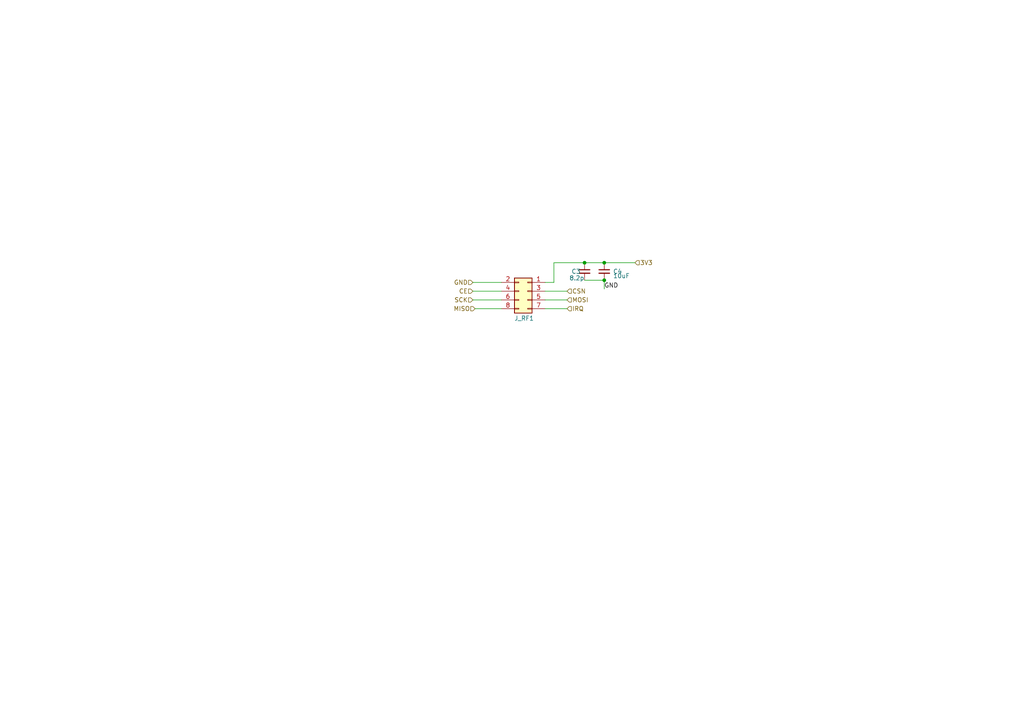
<source format=kicad_sch>
(kicad_sch
	(version 20231120)
	(generator "eeschema")
	(generator_version "8.0")
	(uuid "780df55d-6f32-40b3-8748-297a7fa29327")
	(paper "A4")
	(lib_symbols
		(symbol "Connector_Generic:Conn_02x04_Odd_Even"
			(pin_names
				(offset 1.016) hide)
			(exclude_from_sim no)
			(in_bom yes)
			(on_board yes)
			(property "Reference" "J"
				(at 1.27 5.08 0)
				(effects
					(font
						(size 1.27 1.27)
					)
				)
			)
			(property "Value" "Conn_02x04_Odd_Even"
				(at 1.27 -7.62 0)
				(effects
					(font
						(size 1.27 1.27)
					)
				)
			)
			(property "Footprint" ""
				(at 0 0 0)
				(effects
					(font
						(size 1.27 1.27)
					)
					(hide yes)
				)
			)
			(property "Datasheet" "~"
				(at 0 0 0)
				(effects
					(font
						(size 1.27 1.27)
					)
					(hide yes)
				)
			)
			(property "Description" "Generic connector, double row, 02x04, odd/even pin numbering scheme (row 1 odd numbers, row 2 even numbers), script generated (kicad-library-utils/schlib/autogen/connector/)"
				(at 0 0 0)
				(effects
					(font
						(size 1.27 1.27)
					)
					(hide yes)
				)
			)
			(property "ki_keywords" "connector"
				(at 0 0 0)
				(effects
					(font
						(size 1.27 1.27)
					)
					(hide yes)
				)
			)
			(property "ki_fp_filters" "Connector*:*_2x??_*"
				(at 0 0 0)
				(effects
					(font
						(size 1.27 1.27)
					)
					(hide yes)
				)
			)
			(symbol "Conn_02x04_Odd_Even_1_1"
				(rectangle
					(start -1.27 -4.953)
					(end 0 -5.207)
					(stroke
						(width 0.1524)
						(type default)
					)
					(fill
						(type none)
					)
				)
				(rectangle
					(start -1.27 -2.413)
					(end 0 -2.667)
					(stroke
						(width 0.1524)
						(type default)
					)
					(fill
						(type none)
					)
				)
				(rectangle
					(start -1.27 0.127)
					(end 0 -0.127)
					(stroke
						(width 0.1524)
						(type default)
					)
					(fill
						(type none)
					)
				)
				(rectangle
					(start -1.27 2.667)
					(end 0 2.413)
					(stroke
						(width 0.1524)
						(type default)
					)
					(fill
						(type none)
					)
				)
				(rectangle
					(start -1.27 3.81)
					(end 3.81 -6.35)
					(stroke
						(width 0.254)
						(type default)
					)
					(fill
						(type background)
					)
				)
				(rectangle
					(start 3.81 -4.953)
					(end 2.54 -5.207)
					(stroke
						(width 0.1524)
						(type default)
					)
					(fill
						(type none)
					)
				)
				(rectangle
					(start 3.81 -2.413)
					(end 2.54 -2.667)
					(stroke
						(width 0.1524)
						(type default)
					)
					(fill
						(type none)
					)
				)
				(rectangle
					(start 3.81 0.127)
					(end 2.54 -0.127)
					(stroke
						(width 0.1524)
						(type default)
					)
					(fill
						(type none)
					)
				)
				(rectangle
					(start 3.81 2.667)
					(end 2.54 2.413)
					(stroke
						(width 0.1524)
						(type default)
					)
					(fill
						(type none)
					)
				)
				(pin passive line
					(at -5.08 2.54 0)
					(length 3.81)
					(name "Pin_1"
						(effects
							(font
								(size 1.27 1.27)
							)
						)
					)
					(number "1"
						(effects
							(font
								(size 1.27 1.27)
							)
						)
					)
				)
				(pin passive line
					(at 7.62 2.54 180)
					(length 3.81)
					(name "Pin_2"
						(effects
							(font
								(size 1.27 1.27)
							)
						)
					)
					(number "2"
						(effects
							(font
								(size 1.27 1.27)
							)
						)
					)
				)
				(pin passive line
					(at -5.08 0 0)
					(length 3.81)
					(name "Pin_3"
						(effects
							(font
								(size 1.27 1.27)
							)
						)
					)
					(number "3"
						(effects
							(font
								(size 1.27 1.27)
							)
						)
					)
				)
				(pin passive line
					(at 7.62 0 180)
					(length 3.81)
					(name "Pin_4"
						(effects
							(font
								(size 1.27 1.27)
							)
						)
					)
					(number "4"
						(effects
							(font
								(size 1.27 1.27)
							)
						)
					)
				)
				(pin passive line
					(at -5.08 -2.54 0)
					(length 3.81)
					(name "Pin_5"
						(effects
							(font
								(size 1.27 1.27)
							)
						)
					)
					(number "5"
						(effects
							(font
								(size 1.27 1.27)
							)
						)
					)
				)
				(pin passive line
					(at 7.62 -2.54 180)
					(length 3.81)
					(name "Pin_6"
						(effects
							(font
								(size 1.27 1.27)
							)
						)
					)
					(number "6"
						(effects
							(font
								(size 1.27 1.27)
							)
						)
					)
				)
				(pin passive line
					(at -5.08 -5.08 0)
					(length 3.81)
					(name "Pin_7"
						(effects
							(font
								(size 1.27 1.27)
							)
						)
					)
					(number "7"
						(effects
							(font
								(size 1.27 1.27)
							)
						)
					)
				)
				(pin passive line
					(at 7.62 -5.08 180)
					(length 3.81)
					(name "Pin_8"
						(effects
							(font
								(size 1.27 1.27)
							)
						)
					)
					(number "8"
						(effects
							(font
								(size 1.27 1.27)
							)
						)
					)
				)
			)
		)
		(symbol "Device:C_Small"
			(pin_numbers hide)
			(pin_names
				(offset 0.254) hide)
			(exclude_from_sim no)
			(in_bom yes)
			(on_board yes)
			(property "Reference" "C"
				(at 0.254 1.778 0)
				(effects
					(font
						(size 1.27 1.27)
					)
					(justify left)
				)
			)
			(property "Value" "C_Small"
				(at 0.254 -2.032 0)
				(effects
					(font
						(size 1.27 1.27)
					)
					(justify left)
				)
			)
			(property "Footprint" ""
				(at 0 0 0)
				(effects
					(font
						(size 1.27 1.27)
					)
					(hide yes)
				)
			)
			(property "Datasheet" "~"
				(at 0 0 0)
				(effects
					(font
						(size 1.27 1.27)
					)
					(hide yes)
				)
			)
			(property "Description" "Unpolarized capacitor, small symbol"
				(at 0 0 0)
				(effects
					(font
						(size 1.27 1.27)
					)
					(hide yes)
				)
			)
			(property "ki_keywords" "capacitor cap"
				(at 0 0 0)
				(effects
					(font
						(size 1.27 1.27)
					)
					(hide yes)
				)
			)
			(property "ki_fp_filters" "C_*"
				(at 0 0 0)
				(effects
					(font
						(size 1.27 1.27)
					)
					(hide yes)
				)
			)
			(symbol "C_Small_0_1"
				(polyline
					(pts
						(xy -1.524 -0.508) (xy 1.524 -0.508)
					)
					(stroke
						(width 0.3302)
						(type default)
					)
					(fill
						(type none)
					)
				)
				(polyline
					(pts
						(xy -1.524 0.508) (xy 1.524 0.508)
					)
					(stroke
						(width 0.3048)
						(type default)
					)
					(fill
						(type none)
					)
				)
			)
			(symbol "C_Small_1_1"
				(pin passive line
					(at 0 2.54 270)
					(length 2.032)
					(name "~"
						(effects
							(font
								(size 1.27 1.27)
							)
						)
					)
					(number "1"
						(effects
							(font
								(size 1.27 1.27)
							)
						)
					)
				)
				(pin passive line
					(at 0 -2.54 90)
					(length 2.032)
					(name "~"
						(effects
							(font
								(size 1.27 1.27)
							)
						)
					)
					(number "2"
						(effects
							(font
								(size 1.27 1.27)
							)
						)
					)
				)
			)
		)
	)
	(junction
		(at 175.26 81.28)
		(diameter 0)
		(color 0 0 0 0)
		(uuid "c277d49f-9deb-4f60-9931-f4ba2b07d79b")
	)
	(junction
		(at 175.26 76.2)
		(diameter 0)
		(color 0 0 0 0)
		(uuid "d1068557-e666-4909-9a6d-b07002faffb5")
	)
	(junction
		(at 169.545 76.2)
		(diameter 0)
		(color 0 0 0 0)
		(uuid "d63a5891-6ae1-49ad-a12c-b9b7977da0d1")
	)
	(wire
		(pts
			(xy 158.115 84.455) (xy 164.465 84.455)
		)
		(stroke
			(width 0)
			(type default)
		)
		(uuid "001b205f-6f23-4ade-a296-313090e9c5c4")
	)
	(wire
		(pts
			(xy 137.795 89.535) (xy 145.415 89.535)
		)
		(stroke
			(width 0)
			(type default)
		)
		(uuid "2b3a6d8d-a77b-469a-808f-7ef9c2a22860")
	)
	(wire
		(pts
			(xy 175.26 76.2) (xy 184.15 76.2)
		)
		(stroke
			(width 0)
			(type default)
		)
		(uuid "4a8debae-c236-42d0-b981-896cac2ddb1a")
	)
	(wire
		(pts
			(xy 158.115 86.995) (xy 164.465 86.995)
		)
		(stroke
			(width 0)
			(type default)
		)
		(uuid "57eac47c-981b-4e88-927f-f4ddc6298e3a")
	)
	(wire
		(pts
			(xy 169.545 76.2) (xy 175.26 76.2)
		)
		(stroke
			(width 0)
			(type default)
		)
		(uuid "79b39945-500f-4b1f-842b-cf50db8c62e9")
	)
	(wire
		(pts
			(xy 137.16 84.455) (xy 145.415 84.455)
		)
		(stroke
			(width 0)
			(type default)
		)
		(uuid "8bf70fcd-e6ea-416d-8984-537a0a84c779")
	)
	(wire
		(pts
			(xy 158.115 89.535) (xy 164.465 89.535)
		)
		(stroke
			(width 0)
			(type default)
		)
		(uuid "ab8d1e2a-21b1-41a0-8178-3015aad96cd9")
	)
	(wire
		(pts
			(xy 175.26 81.28) (xy 175.26 83.82)
		)
		(stroke
			(width 0)
			(type default)
		)
		(uuid "c7949965-ebd1-40be-aa18-477e7ca627ac")
	)
	(wire
		(pts
			(xy 169.545 81.28) (xy 175.26 81.28)
		)
		(stroke
			(width 0)
			(type default)
		)
		(uuid "ccd5b665-c1c0-4e86-b30c-13ddbe7a3725")
	)
	(wire
		(pts
			(xy 160.655 81.915) (xy 160.655 76.2)
		)
		(stroke
			(width 0)
			(type default)
		)
		(uuid "d80bc9da-8977-4d50-9960-bd9c758acedf")
	)
	(wire
		(pts
			(xy 137.16 86.995) (xy 145.415 86.995)
		)
		(stroke
			(width 0)
			(type default)
		)
		(uuid "da3baae6-d23d-4352-b915-b5f80220a072")
	)
	(wire
		(pts
			(xy 160.655 81.915) (xy 158.115 81.915)
		)
		(stroke
			(width 0)
			(type default)
		)
		(uuid "e68a1234-d6ee-4d5a-a34b-869c158641ed")
	)
	(wire
		(pts
			(xy 160.655 76.2) (xy 169.545 76.2)
		)
		(stroke
			(width 0)
			(type default)
		)
		(uuid "e9e4bbc7-8ea1-4011-986c-bbe57d25a485")
	)
	(wire
		(pts
			(xy 137.16 81.915) (xy 145.415 81.915)
		)
		(stroke
			(width 0)
			(type default)
		)
		(uuid "f8bca11d-33b4-4a8c-9c32-60d60ba9a08e")
	)
	(label "GND"
		(at 175.26 83.82 0)
		(fields_autoplaced yes)
		(effects
			(font
				(size 1.27 1.27)
			)
			(justify left bottom)
		)
		(uuid "297cf930-ed03-4933-8382-160bae1decaa")
	)
	(hierarchical_label "IRQ"
		(shape input)
		(at 164.465 89.535 0)
		(fields_autoplaced yes)
		(effects
			(font
				(size 1.27 1.27)
			)
			(justify left)
		)
		(uuid "1fd602f4-628e-4e1e-8db3-13e336a17ebd")
	)
	(hierarchical_label "MOSI"
		(shape input)
		(at 164.465 86.995 0)
		(fields_autoplaced yes)
		(effects
			(font
				(size 1.27 1.27)
			)
			(justify left)
		)
		(uuid "4b93a616-77f8-449c-97b8-85f86ad2c18e")
	)
	(hierarchical_label "CSN"
		(shape input)
		(at 164.465 84.455 0)
		(fields_autoplaced yes)
		(effects
			(font
				(size 1.27 1.27)
			)
			(justify left)
		)
		(uuid "69b0048f-35b0-499f-9a9d-b05dea71e258")
	)
	(hierarchical_label "3V3"
		(shape input)
		(at 184.15 76.2 0)
		(fields_autoplaced yes)
		(effects
			(font
				(size 1.27 1.27)
			)
			(justify left)
		)
		(uuid "cdb1d891-2241-4b3a-904e-67b4900b4f7e")
	)
	(hierarchical_label "GND"
		(shape input)
		(at 137.16 81.915 180)
		(fields_autoplaced yes)
		(effects
			(font
				(size 1.27 1.27)
			)
			(justify right)
		)
		(uuid "d03b30b5-ad1e-426b-8b08-0b67dd0fc8c2")
	)
	(hierarchical_label "CE"
		(shape input)
		(at 137.16 84.455 180)
		(fields_autoplaced yes)
		(effects
			(font
				(size 1.27 1.27)
			)
			(justify right)
		)
		(uuid "dba48df1-65b5-44d9-9256-66f024c54d4f")
	)
	(hierarchical_label "SCK"
		(shape input)
		(at 137.16 86.995 180)
		(fields_autoplaced yes)
		(effects
			(font
				(size 1.27 1.27)
			)
			(justify right)
		)
		(uuid "ec807c03-5aff-4cc9-8bf0-eceaba346b19")
	)
	(hierarchical_label "MISO"
		(shape input)
		(at 137.795 89.535 180)
		(fields_autoplaced yes)
		(effects
			(font
				(size 1.27 1.27)
			)
			(justify right)
		)
		(uuid "fbfae58f-013e-4cc9-a48f-6fffd889590c")
	)
	(symbol
		(lib_id "Device:C_Small")
		(at 175.26 78.74 0)
		(unit 1)
		(exclude_from_sim no)
		(in_bom yes)
		(on_board yes)
		(dnp no)
		(uuid "29a2a18c-4106-416c-b3f4-5e23a3a73d29")
		(property "Reference" "C4"
			(at 177.8 78.74 0)
			(effects
				(font
					(size 1.27 1.27)
				)
				(justify left)
			)
		)
		(property "Value" "10uF"
			(at 177.8 80.0162 0)
			(effects
				(font
					(size 1.27 1.27)
				)
				(justify left)
			)
		)
		(property "Footprint" "Capacitor_SMD:C_1206_3216Metric"
			(at 175.26 78.74 0)
			(effects
				(font
					(size 1.27 1.27)
				)
				(hide yes)
			)
		)
		(property "Datasheet" "~"
			(at 175.26 78.74 0)
			(effects
				(font
					(size 1.27 1.27)
				)
				(hide yes)
			)
		)
		(property "Description" "JLC: C1849"
			(at 175.26 78.74 0)
			(effects
				(font
					(size 1.27 1.27)
				)
				(hide yes)
			)
		)
		(pin "1"
			(uuid "0b96fb8f-fe9c-4ba6-88d9-559aa8169767")
		)
		(pin "2"
			(uuid "8f46fcca-ac94-4eb0-bda2-97491ef4d414")
		)
		(instances
			(project "top_v1"
				(path "/966522a1-0f34-4495-b9d1-6b01e7c9f14e/09f14c88-e97d-4ffa-a421-cf347ed3db12"
					(reference "C4")
					(unit 1)
				)
			)
		)
	)
	(symbol
		(lib_id "Connector_Generic:Conn_02x04_Odd_Even")
		(at 153.035 84.455 0)
		(mirror y)
		(unit 1)
		(exclude_from_sim no)
		(in_bom yes)
		(on_board yes)
		(dnp no)
		(uuid "be14f1d4-2455-47d9-81e9-094d0b6758d4")
		(property "Reference" "J_RF1"
			(at 152.019 92.329 0)
			(effects
				(font
					(size 1.27 1.27)
				)
			)
		)
		(property "Value" "Conn_02x04_Counter_Clockwise"
			(at 151.765 78.105 0)
			(effects
				(font
					(size 1.27 1.27)
				)
				(hide yes)
			)
		)
		(property "Footprint" "Connector_PinSocket_2.54mm:PinSocket_2x04_P2.54mm_Vertical"
			(at 153.035 84.455 0)
			(effects
				(font
					(size 1.27 1.27)
				)
				(hide yes)
			)
		)
		(property "Datasheet" "~"
			(at 153.035 84.455 0)
			(effects
				(font
					(size 1.27 1.27)
				)
				(hide yes)
			)
		)
		(property "Description" "JLC: C2977588"
			(at 153.035 84.455 0)
			(effects
				(font
					(size 1.27 1.27)
				)
				(hide yes)
			)
		)
		(pin "2"
			(uuid "15e266ee-aa25-420f-ae5c-63107c0a8c53")
		)
		(pin "3"
			(uuid "2b917350-d979-4709-8159-8d945aeaf7f4")
		)
		(pin "6"
			(uuid "787e029e-d007-42f2-aaa3-07778363c9a0")
		)
		(pin "4"
			(uuid "04fc663b-7b9a-40f0-bf5b-1020ca75bc1a")
		)
		(pin "5"
			(uuid "9c0529bb-bee2-496f-a453-e53d6afeddb9")
		)
		(pin "1"
			(uuid "a96bd9be-26b4-4902-9118-5b48fca1cc2d")
		)
		(pin "7"
			(uuid "238bec82-63cf-4b1b-a440-499de20e9376")
		)
		(pin "8"
			(uuid "6eb8446d-b044-4f5b-a00b-f31b58e993c1")
		)
		(instances
			(project "comn_v1"
				(path "/966522a1-0f34-4495-b9d1-6b01e7c9f14e/09f14c88-e97d-4ffa-a421-cf347ed3db12"
					(reference "J_RF1")
					(unit 1)
				)
			)
		)
	)
	(symbol
		(lib_id "Device:C_Small")
		(at 169.545 78.74 0)
		(unit 1)
		(exclude_from_sim no)
		(in_bom yes)
		(on_board yes)
		(dnp no)
		(uuid "d1a4d077-1a13-4b63-aeda-aa44975c3ea2")
		(property "Reference" "C3"
			(at 165.735 78.74 0)
			(effects
				(font
					(size 1.27 1.27)
				)
				(justify left)
			)
		)
		(property "Value" "8.2p"
			(at 165.1 80.645 0)
			(effects
				(font
					(size 1.27 1.27)
				)
				(justify left)
			)
		)
		(property "Footprint" "Capacitor_SMD:C_1206_3216Metric"
			(at 169.545 78.74 0)
			(effects
				(font
					(size 1.27 1.27)
				)
				(hide yes)
			)
		)
		(property "Datasheet" "~"
			(at 169.545 78.74 0)
			(effects
				(font
					(size 1.27 1.27)
				)
				(hide yes)
			)
		)
		(property "Description" "JLC: C3037650"
			(at 169.545 78.74 0)
			(effects
				(font
					(size 1.27 1.27)
				)
				(hide yes)
			)
		)
		(property "Sim.Device" "C"
			(at 169.545 78.74 0)
			(effects
				(font
					(size 1.27 1.27)
				)
				(hide yes)
			)
		)
		(property "Sim.Pins" "1=+ 2=-"
			(at 169.545 78.74 0)
			(effects
				(font
					(size 1.27 1.27)
				)
				(hide yes)
			)
		)
		(pin "1"
			(uuid "0e6e8e04-5f5a-47fc-93ec-09ca6717d3e0")
		)
		(pin "2"
			(uuid "f80878e1-1d23-4ac0-8898-acbbee9c98f0")
		)
		(instances
			(project "top_v1"
				(path "/966522a1-0f34-4495-b9d1-6b01e7c9f14e/09f14c88-e97d-4ffa-a421-cf347ed3db12"
					(reference "C3")
					(unit 1)
				)
			)
		)
	)
)

</source>
